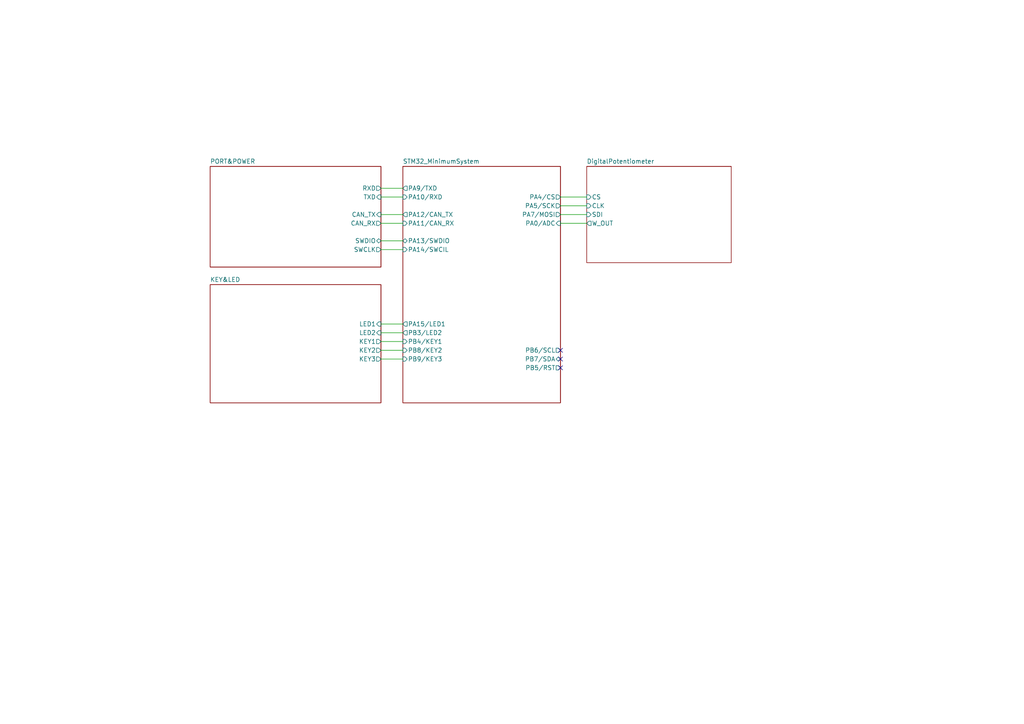
<source format=kicad_sch>
(kicad_sch (version 20211123) (generator eeschema)
  (paper "A4")
  (lib_symbols)
  (no_connect (at 162.56 101.6))
  (no_connect (at 162.56 104.14))
  (no_connect (at 162.56 106.68))
  (wire (pts (xy 110.49 104.14) (xy 116.84 104.14)))
  (wire (pts (xy 110.49 72.39) (xy 116.84 72.39)))
  (wire (pts (xy 110.49 64.77) (xy 116.84 64.77)))
  (wire (pts (xy 110.49 69.85) (xy 116.84 69.85)))
  (wire (pts (xy 162.56 57.15) (xy 170.18 57.15)))
  (wire (pts (xy 162.56 59.69) (xy 170.18 59.69)))
  (wire (pts (xy 110.49 54.61) (xy 116.84 54.61)))
  (wire (pts (xy 162.56 62.23) (xy 170.18 62.23)))
  (wire (pts (xy 110.49 101.6) (xy 116.84 101.6)))
  (wire (pts (xy 110.49 57.15) (xy 116.84 57.15)))
  (wire (pts (xy 110.49 62.23) (xy 116.84 62.23)))
  (wire (pts (xy 110.49 96.52) (xy 116.84 96.52)))
  (wire (pts (xy 110.49 93.98) (xy 116.84 93.98)))
  (wire (pts (xy 162.56 64.77) (xy 170.18 64.77)))
  (wire (pts (xy 110.49 99.06) (xy 116.84 99.06)))
  (sheet (at 60.96 82.55) (size 49.53 34.29) (stroke (width 0.1524))
    (property "Sheet name" "KEY&LED" (at 60.96 81.8384 0) (effects (justify left bottom)))
    (property "Sheet file" "KEYandLED.kicad_sc.kicad_sch" (effects hide))
    (pin "KEY1" output (at 110.49 99.06 0))
    (pin "KEY3" output (at 110.49 104.14 0))
    (pin "KEY2" output (at 110.49 101.6 0))
    (pin "LED1" input (at 110.49 93.98 0))
    (pin "LED2" input (at 110.49 96.52 0))
  )
  (sheet (at 60.96 48.26) (size 49.53 29.21) (stroke (width 0.1524))
    (property "Sheet name" "PORT&POWER" (at 60.96 47.5484 0) (effects (justify left bottom)))
    (property "Sheet file" "PORT.kicad_sch" (effects hide))
    (pin "SWDIO" bidirectional (at 110.49 69.85 0))
    (pin "SWCLK" output (at 110.49 72.39 0))
    (pin "CAN_RX" output (at 110.49 64.77 0))
    (pin "RXD" output (at 110.49 54.61 0))
    (pin "TXD" input (at 110.49 57.15 0))
    (pin "CAN_TX" input (at 110.49 62.23 0))
  )
  (sheet (at 170.18 48.26) (size 41.91 27.94) (stroke (width 0.1524))
    (property "Sheet name" "DigitalPotentiometer" (at 170.18 47.5484 0) (effects (justify left bottom)))
    (property "Sheet file" "AD8400.kicad_sch" (effects hide))
    (pin "CS" input (at 170.18 57.15 180))
    (pin "SDI" input (at 170.18 62.23 180))
    (pin "CLK" input (at 170.18 59.69 180))
    (pin "W_OUT" output (at 170.18 64.77 180))
  )
  (sheet (at 116.84 48.26) (size 45.72 68.58) (stroke (width 0.1524))
    (property "Sheet name" "STM32_MinimumSystem" (at 116.84 47.5484 0) (effects (justify left bottom)))
    (property "Sheet file" "STM32.kicad_sch" (effects hide))
    (pin "PA13{slash}SWDIO" bidirectional (at 116.84 69.85 180))
    (pin "PA5{slash}SCK" output (at 162.56 59.69 0))
    (pin "PA11{slash}CAN_RX" input (at 116.84 64.77 180))
    (pin "PA4{slash}CS" output (at 162.56 57.15 0))
    (pin "PA12{slash}CAN_TX" output (at 116.84 62.23 180))
    (pin "PA9{slash}TXD" output (at 116.84 54.61 180))
    (pin "PA10{slash}RXD" input (at 116.84 57.15 180))
    (pin "PB9{slash}KEY3" input (at 116.84 104.14 180))
    (pin "PB8{slash}KEY2" input (at 116.84 101.6 180))
    (pin "PB5{slash}RST" output (at 162.56 106.68 0))
    (pin "PB4{slash}KEY1" input (at 116.84 99.06 180))
    (pin "PB7{slash}SDA" bidirectional (at 162.56 104.14 0))
    (pin "PA14{slash}SWCIL" input (at 116.84 72.39 180))
    (pin "PA15{slash}LED1" output (at 116.84 93.98 180))
    (pin "PA0{slash}ADC" input (at 162.56 64.77 0))
    (pin "PB3{slash}LED2" output (at 116.84 96.52 180))
    (pin "PA7{slash}MOSI" output (at 162.56 62.23 0))
    (pin "PB6{slash}SCL" output (at 162.56 101.6 0))
  )
)
</source>
